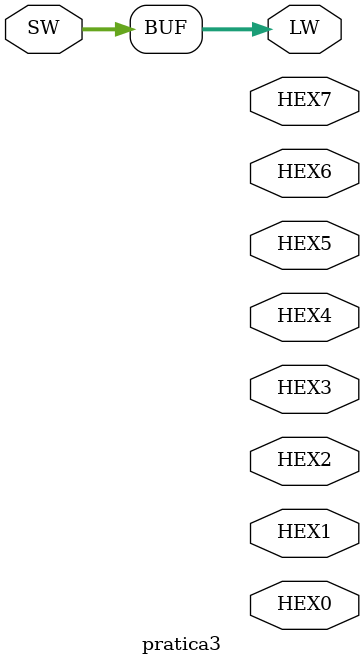
<source format=v>
module pratica3(SW, LW, HEX0, HEX1, HEX2, HEX3, HEX4, HEX5, HEX6, HEX7);
	input [17:0]SW;
	output wire [17:0]LW;
	output wire [0:6]HEX5,  HEX7, HEX6, HEX4, HEX3, HEX2, HEX1, HEX0 ;
	wire [15:0]reg1;
	wire [15:0]reg2;
	wire [15:0]CDB;
	wire [15:0]instruction;
	wire [15:0]adders;
	wire [15:0]multipliers;
	
	//LW[] =>
	//SW[] =>
	//HEX0 = reg1
	//HEX1 = reg2
	//HEX2 = adders
	//HEX3 = multipliers
	//HEX4 = 
	//HEX5 = 
	//HEX6 = CDB
	//HEX7 = instruction
	
	
	assign LW = SW;

endmodule
</source>
